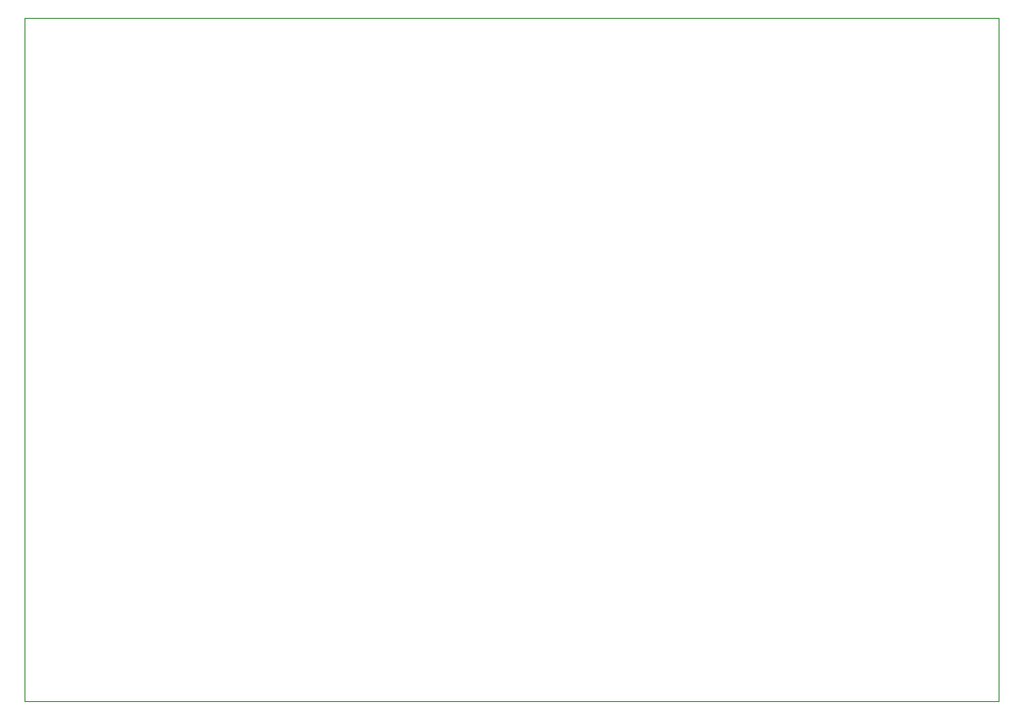
<source format=gbr>
%TF.GenerationSoftware,KiCad,Pcbnew,(6.0.10)*%
%TF.CreationDate,2023-04-05T20:35:32-05:00*%
%TF.ProjectId,445_PD,3434355f-5044-42e6-9b69-6361645f7063,rev?*%
%TF.SameCoordinates,Original*%
%TF.FileFunction,Profile,NP*%
%FSLAX46Y46*%
G04 Gerber Fmt 4.6, Leading zero omitted, Abs format (unit mm)*
G04 Created by KiCad (PCBNEW (6.0.10)) date 2023-04-05 20:35:32*
%MOMM*%
%LPD*%
G01*
G04 APERTURE LIST*
%TA.AperFunction,Profile*%
%ADD10C,0.100000*%
%TD*%
G04 APERTURE END LIST*
D10*
X199186800Y-67665600D02*
X111658400Y-67665600D01*
X111658400Y-67665600D02*
X111658400Y-129184400D01*
X111658400Y-129184400D02*
X199186800Y-129184400D01*
X199186800Y-129184400D02*
X199186800Y-67665600D01*
M02*

</source>
